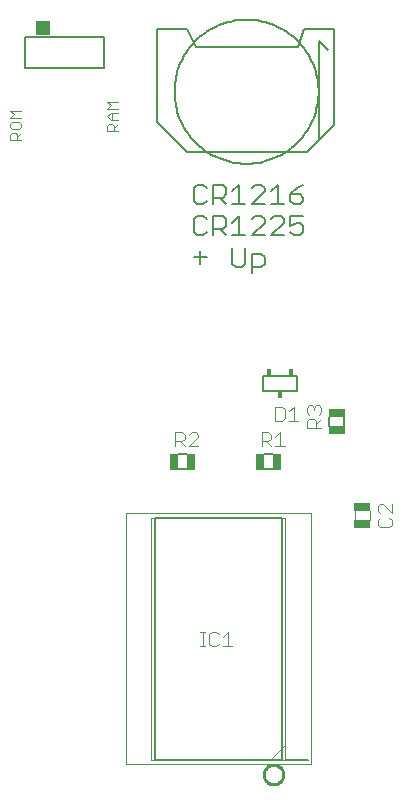
<source format=gto>
G75*
%MOIN*%
%OFA0B0*%
%FSLAX24Y24*%
%IPPOS*%
%LPD*%
%AMOC8*
5,1,8,0,0,1.08239X$1,22.5*
%
%ADD10C,0.0030*%
%ADD11C,0.0060*%
%ADD12C,0.0100*%
%ADD13C,0.0040*%
%ADD14R,0.0256X0.0551*%
%ADD15R,0.0551X0.0256*%
%ADD16R,0.0180X0.0230*%
%ADD17R,0.0571X0.0295*%
%ADD18C,0.0050*%
%ADD19R,0.0500X0.0500*%
%ADD20C,0.0020*%
%ADD21C,0.0039*%
%ADD22C,0.0079*%
D10*
X003165Y029815D02*
X003165Y030000D01*
X003226Y030062D01*
X003350Y030062D01*
X003412Y030000D01*
X003412Y029815D01*
X003535Y029815D02*
X003165Y029815D01*
X003412Y029938D02*
X003535Y030062D01*
X003473Y030183D02*
X003535Y030245D01*
X003535Y030368D01*
X003473Y030430D01*
X003226Y030430D01*
X003165Y030368D01*
X003165Y030245D01*
X003226Y030183D01*
X003473Y030183D01*
X003535Y030552D02*
X003165Y030552D01*
X003288Y030675D01*
X003165Y030799D01*
X003535Y030799D01*
X006395Y030852D02*
X006518Y030975D01*
X006395Y031099D01*
X006765Y031099D01*
X006765Y030852D02*
X006395Y030852D01*
X006518Y030730D02*
X006395Y030607D01*
X006518Y030483D01*
X006765Y030483D01*
X006765Y030362D02*
X006642Y030238D01*
X006642Y030300D02*
X006642Y030115D01*
X006765Y030115D02*
X006395Y030115D01*
X006395Y030300D01*
X006456Y030362D01*
X006580Y030362D01*
X006642Y030300D01*
X006580Y030483D02*
X006580Y030730D01*
X006518Y030730D02*
X006765Y030730D01*
D11*
X009290Y028224D02*
X009290Y027797D01*
X009397Y027690D01*
X009610Y027690D01*
X009717Y027797D01*
X009935Y027904D02*
X010255Y027904D01*
X010362Y028010D01*
X010362Y028224D01*
X010255Y028331D01*
X009935Y028331D01*
X009935Y027690D01*
X010148Y027904D02*
X010362Y027690D01*
X010579Y027690D02*
X011006Y027690D01*
X010793Y027690D02*
X010793Y028331D01*
X010579Y028117D01*
X010793Y027281D02*
X010793Y026640D01*
X011006Y026640D02*
X010579Y026640D01*
X010362Y026640D02*
X010148Y026854D01*
X010255Y026854D02*
X009935Y026854D01*
X009935Y026640D02*
X009935Y027281D01*
X010255Y027281D01*
X010362Y027174D01*
X010362Y026960D01*
X010255Y026854D01*
X010579Y027067D02*
X010793Y027281D01*
X011224Y027174D02*
X011330Y027281D01*
X011544Y027281D01*
X011651Y027174D01*
X011651Y027067D01*
X011224Y026640D01*
X011651Y026640D01*
X011868Y026640D02*
X012295Y027067D01*
X012295Y027174D01*
X012188Y027281D01*
X011975Y027281D01*
X011868Y027174D01*
X011868Y027690D02*
X012295Y027690D01*
X012082Y027690D02*
X012082Y028331D01*
X011868Y028117D01*
X011651Y028117D02*
X011651Y028224D01*
X011544Y028331D01*
X011330Y028331D01*
X011224Y028224D01*
X011651Y028117D02*
X011224Y027690D01*
X011651Y027690D01*
X011868Y026640D02*
X012295Y026640D01*
X012513Y026747D02*
X012620Y026640D01*
X012833Y026640D01*
X012940Y026747D01*
X012940Y026960D01*
X012833Y027067D01*
X012726Y027067D01*
X012513Y026960D01*
X012513Y027281D01*
X012940Y027281D01*
X012833Y027690D02*
X012940Y027797D01*
X012940Y027904D01*
X012833Y028010D01*
X012513Y028010D01*
X012513Y027797D01*
X012620Y027690D01*
X012833Y027690D01*
X012513Y028010D02*
X012726Y028224D01*
X012940Y028331D01*
X011544Y026017D02*
X011651Y025910D01*
X011651Y025697D01*
X011544Y025590D01*
X011224Y025590D01*
X011224Y025376D02*
X011224Y026017D01*
X011544Y026017D01*
X011006Y026231D02*
X011006Y025697D01*
X010899Y025590D01*
X010686Y025590D01*
X010579Y025697D01*
X010579Y026231D01*
X009717Y025910D02*
X009290Y025910D01*
X009504Y025697D02*
X009504Y026124D01*
X009397Y026640D02*
X009610Y026640D01*
X009717Y026747D01*
X009397Y026640D02*
X009290Y026747D01*
X009290Y027174D01*
X009397Y027281D01*
X009610Y027281D01*
X009717Y027174D01*
X009717Y028224D02*
X009610Y028331D01*
X009397Y028331D01*
X009290Y028224D01*
X011600Y021960D02*
X012720Y021960D01*
X012720Y021440D01*
X012500Y021440D01*
X012720Y021440D02*
X012720Y021760D01*
X012720Y021440D02*
X011600Y021440D01*
X011820Y021440D01*
X011600Y021440D02*
X011600Y021760D01*
X011600Y021960D02*
X011600Y021440D01*
X011619Y019350D02*
X011941Y019350D01*
X011941Y018850D02*
X011619Y018850D01*
X013800Y020279D02*
X013800Y020601D01*
X014300Y020601D02*
X014300Y020279D01*
X009071Y019350D02*
X008749Y019350D01*
X008749Y018850D02*
X009071Y018850D01*
D12*
X011624Y008670D02*
X011626Y008706D01*
X011632Y008741D01*
X011642Y008776D01*
X011655Y008809D01*
X011672Y008841D01*
X011693Y008870D01*
X011716Y008897D01*
X011743Y008922D01*
X011772Y008943D01*
X011803Y008961D01*
X011836Y008975D01*
X011870Y008986D01*
X011905Y008993D01*
X011941Y008996D01*
X011977Y008995D01*
X012012Y008990D01*
X012047Y008981D01*
X012081Y008969D01*
X012113Y008952D01*
X012143Y008933D01*
X012171Y008910D01*
X012196Y008884D01*
X012218Y008856D01*
X012237Y008825D01*
X012252Y008793D01*
X012264Y008759D01*
X012272Y008724D01*
X012276Y008688D01*
X012276Y008652D01*
X012272Y008616D01*
X012264Y008581D01*
X012252Y008547D01*
X012237Y008515D01*
X012218Y008484D01*
X012196Y008456D01*
X012171Y008430D01*
X012143Y008407D01*
X012113Y008388D01*
X012081Y008371D01*
X012047Y008359D01*
X012012Y008350D01*
X011977Y008345D01*
X011941Y008344D01*
X011905Y008347D01*
X011870Y008354D01*
X011836Y008365D01*
X011803Y008379D01*
X011772Y008397D01*
X011743Y008418D01*
X011716Y008443D01*
X011693Y008470D01*
X011672Y008499D01*
X011655Y008531D01*
X011642Y008564D01*
X011632Y008599D01*
X011626Y008634D01*
X011624Y008670D01*
D13*
X010580Y012960D02*
X010273Y012960D01*
X010427Y012960D02*
X010427Y013420D01*
X010273Y013267D01*
X010120Y013344D02*
X010043Y013420D01*
X009890Y013420D01*
X009813Y013344D01*
X009813Y013037D01*
X009890Y012960D01*
X010043Y012960D01*
X010120Y013037D01*
X009660Y012960D02*
X009506Y012960D01*
X009583Y012960D02*
X009583Y013420D01*
X009506Y013420D02*
X009660Y013420D01*
X009447Y019620D02*
X009140Y019620D01*
X009447Y019927D01*
X009447Y020004D01*
X009371Y020080D01*
X009217Y020080D01*
X009140Y020004D01*
X008987Y020004D02*
X008910Y020080D01*
X008680Y020080D01*
X008680Y019620D01*
X008680Y019773D02*
X008910Y019773D01*
X008987Y019850D01*
X008987Y020004D01*
X008833Y019773D02*
X008987Y019620D01*
X011550Y019620D02*
X011550Y020080D01*
X011780Y020080D01*
X011857Y020004D01*
X011857Y019850D01*
X011780Y019773D01*
X011550Y019773D01*
X011703Y019773D02*
X011857Y019620D01*
X012010Y019620D02*
X012317Y019620D01*
X012164Y019620D02*
X012164Y020080D01*
X012010Y019927D01*
X012009Y020470D02*
X012239Y020470D01*
X012316Y020547D01*
X012316Y020854D01*
X012239Y020930D01*
X012009Y020930D01*
X012009Y020470D01*
X012470Y020470D02*
X012777Y020470D01*
X012623Y020470D02*
X012623Y020930D01*
X012470Y020777D01*
X013070Y020747D02*
X013070Y020901D01*
X013146Y020977D01*
X013223Y020977D01*
X013300Y020901D01*
X013377Y020977D01*
X013453Y020977D01*
X013530Y020901D01*
X013530Y020747D01*
X013453Y020670D01*
X013530Y020517D02*
X013377Y020363D01*
X013377Y020440D02*
X013377Y020210D01*
X013530Y020210D02*
X013070Y020210D01*
X013070Y020440D01*
X013146Y020517D01*
X013300Y020517D01*
X013377Y020440D01*
X013146Y020670D02*
X013070Y020747D01*
X013300Y020824D02*
X013300Y020901D01*
X014650Y017460D02*
X014650Y017170D01*
X015170Y017170D02*
X015170Y017470D01*
X015430Y017456D02*
X015506Y017380D01*
X015430Y017456D02*
X015430Y017610D01*
X015506Y017687D01*
X015583Y017687D01*
X015890Y017380D01*
X015890Y017687D01*
X015813Y017226D02*
X015890Y017149D01*
X015890Y016996D01*
X015813Y016919D01*
X015506Y016919D01*
X015430Y016996D01*
X015430Y017149D01*
X015506Y017226D01*
D14*
X012068Y019101D03*
X011488Y019101D03*
X009198Y019101D03*
X008618Y019101D03*
D15*
X014049Y020148D03*
X014049Y020728D03*
D16*
X012530Y022095D03*
X012160Y021305D03*
X011790Y022095D03*
D17*
X014910Y017602D03*
X014910Y017032D03*
D18*
X013050Y029430D02*
X009050Y029430D01*
X008050Y030430D01*
X008050Y033530D01*
X009050Y033530D01*
X009350Y032930D01*
X012750Y032930D01*
X012950Y033530D01*
X013950Y033530D01*
X013950Y030330D01*
X013050Y029430D01*
X013450Y029830D02*
X013450Y033130D01*
X013750Y032830D01*
X008650Y031430D02*
X008652Y031528D01*
X008658Y031626D01*
X008668Y031723D01*
X008682Y031820D01*
X008700Y031916D01*
X008722Y032012D01*
X008747Y032106D01*
X008777Y032200D01*
X008810Y032292D01*
X008847Y032382D01*
X008888Y032471D01*
X008932Y032559D01*
X008980Y032644D01*
X009031Y032728D01*
X009086Y032809D01*
X009143Y032888D01*
X009205Y032964D01*
X009269Y033038D01*
X009336Y033110D01*
X009406Y033178D01*
X009478Y033244D01*
X009554Y033306D01*
X009631Y033366D01*
X009712Y033422D01*
X009794Y033475D01*
X009878Y033525D01*
X009965Y033571D01*
X010053Y033613D01*
X010143Y033652D01*
X010234Y033687D01*
X010327Y033719D01*
X010421Y033746D01*
X010516Y033770D01*
X010612Y033790D01*
X010708Y033806D01*
X010806Y033818D01*
X010903Y033826D01*
X011001Y033830D01*
X011099Y033830D01*
X011197Y033826D01*
X011294Y033818D01*
X011392Y033806D01*
X011488Y033790D01*
X011584Y033770D01*
X011679Y033746D01*
X011773Y033719D01*
X011866Y033687D01*
X011957Y033652D01*
X012047Y033613D01*
X012135Y033571D01*
X012222Y033525D01*
X012306Y033475D01*
X012388Y033422D01*
X012469Y033366D01*
X012546Y033306D01*
X012622Y033244D01*
X012694Y033178D01*
X012764Y033110D01*
X012831Y033038D01*
X012895Y032964D01*
X012957Y032888D01*
X013014Y032809D01*
X013069Y032728D01*
X013120Y032644D01*
X013168Y032559D01*
X013212Y032471D01*
X013253Y032382D01*
X013290Y032292D01*
X013323Y032200D01*
X013353Y032106D01*
X013378Y032012D01*
X013400Y031916D01*
X013418Y031820D01*
X013432Y031723D01*
X013442Y031626D01*
X013448Y031528D01*
X013450Y031430D01*
X013448Y031332D01*
X013442Y031234D01*
X013432Y031137D01*
X013418Y031040D01*
X013400Y030944D01*
X013378Y030848D01*
X013353Y030754D01*
X013323Y030660D01*
X013290Y030568D01*
X013253Y030478D01*
X013212Y030389D01*
X013168Y030301D01*
X013120Y030216D01*
X013069Y030132D01*
X013014Y030051D01*
X012957Y029972D01*
X012895Y029896D01*
X012831Y029822D01*
X012764Y029750D01*
X012694Y029682D01*
X012622Y029616D01*
X012546Y029554D01*
X012469Y029494D01*
X012388Y029438D01*
X012306Y029385D01*
X012222Y029335D01*
X012135Y029289D01*
X012047Y029247D01*
X011957Y029208D01*
X011866Y029173D01*
X011773Y029141D01*
X011679Y029114D01*
X011584Y029090D01*
X011488Y029070D01*
X011392Y029054D01*
X011294Y029042D01*
X011197Y029034D01*
X011099Y029030D01*
X011001Y029030D01*
X010903Y029034D01*
X010806Y029042D01*
X010708Y029054D01*
X010612Y029070D01*
X010516Y029090D01*
X010421Y029114D01*
X010327Y029141D01*
X010234Y029173D01*
X010143Y029208D01*
X010053Y029247D01*
X009965Y029289D01*
X009878Y029335D01*
X009794Y029385D01*
X009712Y029438D01*
X009631Y029494D01*
X009554Y029554D01*
X009478Y029616D01*
X009406Y029682D01*
X009336Y029750D01*
X009269Y029822D01*
X009205Y029896D01*
X009143Y029972D01*
X009086Y030051D01*
X009031Y030132D01*
X008980Y030216D01*
X008932Y030301D01*
X008888Y030389D01*
X008847Y030478D01*
X008810Y030568D01*
X008777Y030660D01*
X008747Y030754D01*
X008722Y030848D01*
X008700Y030944D01*
X008682Y031040D01*
X008668Y031137D01*
X008658Y031234D01*
X008652Y031332D01*
X008650Y031430D01*
X006300Y032230D02*
X003660Y032230D01*
X003660Y033250D01*
X006300Y033250D01*
X006300Y032230D01*
D19*
X004280Y033540D03*
D20*
X007019Y017373D02*
X007019Y009007D01*
X013181Y009007D01*
X013181Y017373D01*
X007019Y017373D01*
D21*
X007875Y017215D02*
X012325Y017215D01*
X012325Y009165D01*
X007875Y009165D01*
X007875Y017215D01*
X012325Y009665D02*
X011825Y009165D01*
D22*
X012216Y009165D02*
X012216Y017215D01*
X007984Y017215D01*
X007984Y009165D01*
X012216Y009165D01*
X012354Y009164D02*
X013082Y009164D01*
M02*

</source>
